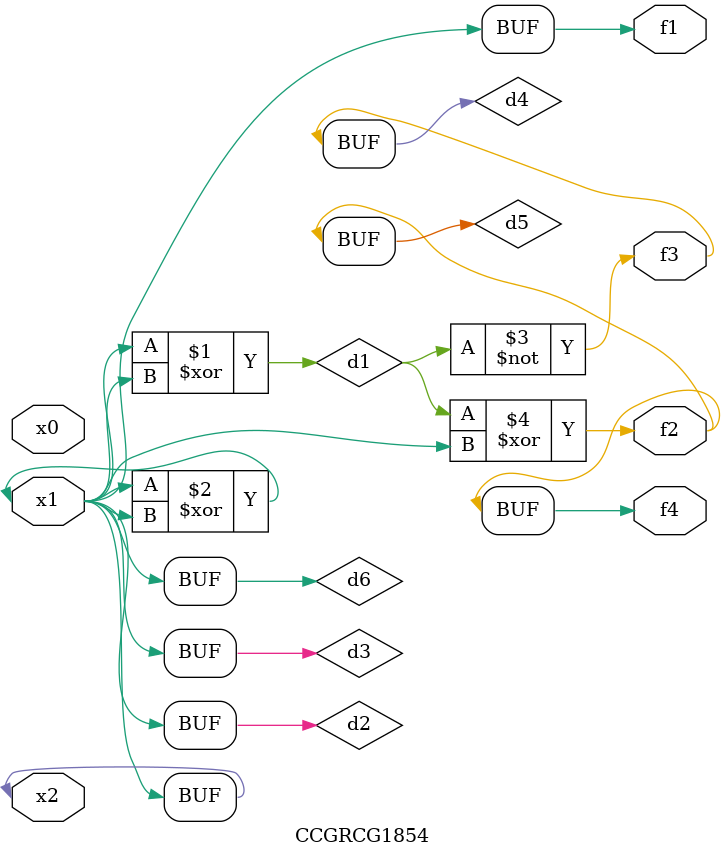
<source format=v>
module CCGRCG1854(
	input x0, x1, x2,
	output f1, f2, f3, f4
);

	wire d1, d2, d3, d4, d5, d6;

	xor (d1, x1, x2);
	buf (d2, x1, x2);
	xor (d3, x1, x2);
	nor (d4, d1);
	xor (d5, d1, d2);
	buf (d6, d2, d3);
	assign f1 = d6;
	assign f2 = d5;
	assign f3 = d4;
	assign f4 = d5;
endmodule

</source>
